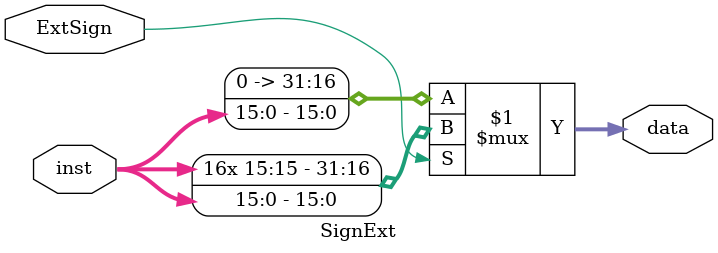
<source format=v>
`timescale 1ns / 1ps


module SignExt(
    input ExtSign,
    input [15 : 0] inst,
    output [31 : 0] data
    );
    assign data = (ExtSign ? { {16 {inst[15]}}, inst[15 : 0] } : { 16'h0000, inst[15 : 0] });
endmodule

</source>
